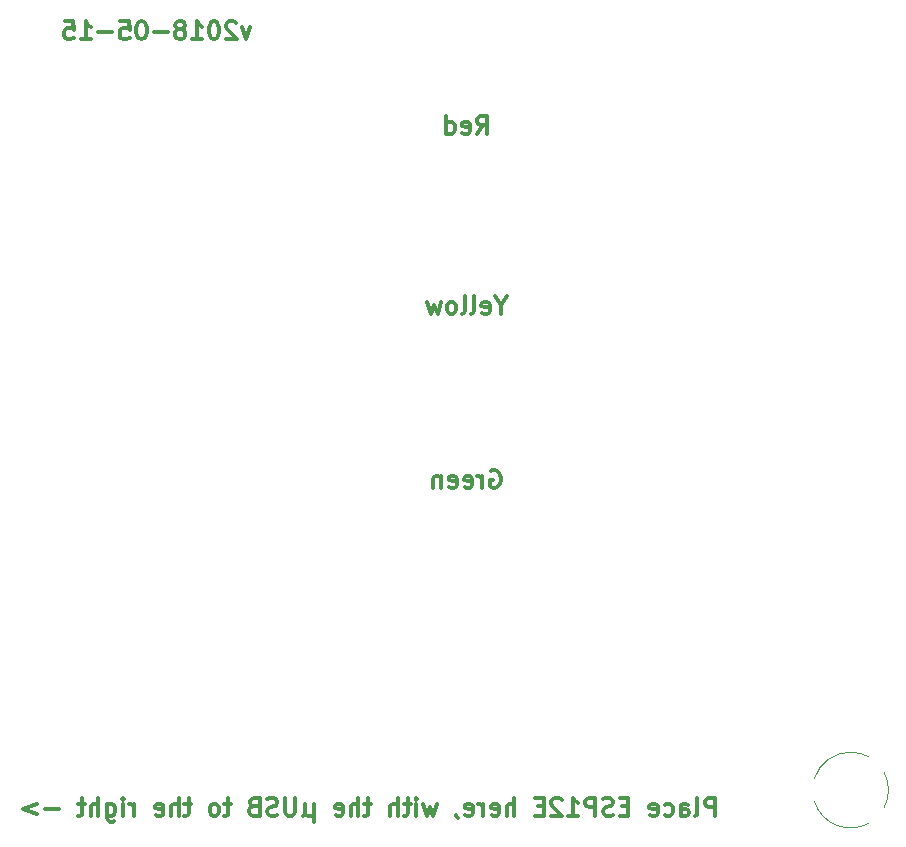
<source format=gbr>
G04 #@! TF.FileFunction,Legend,Bot*
%FSLAX46Y46*%
G04 Gerber Fmt 4.6, Leading zero omitted, Abs format (unit mm)*
G04 Created by KiCad (PCBNEW 4.0.6+dfsg1-1) date Mon May 21 22:22:56 2018*
%MOMM*%
%LPD*%
G01*
G04 APERTURE LIST*
%ADD10C,0.100000*%
%ADD11C,0.300000*%
%ADD12C,0.120000*%
G04 APERTURE END LIST*
D10*
D11*
X69178569Y-55428571D02*
X68821426Y-56428571D01*
X68464284Y-55428571D01*
X67964284Y-55071429D02*
X67892855Y-55000000D01*
X67749998Y-54928571D01*
X67392855Y-54928571D01*
X67249998Y-55000000D01*
X67178569Y-55071429D01*
X67107141Y-55214286D01*
X67107141Y-55357143D01*
X67178569Y-55571429D01*
X68035712Y-56428571D01*
X67107141Y-56428571D01*
X66178570Y-54928571D02*
X66035713Y-54928571D01*
X65892856Y-55000000D01*
X65821427Y-55071429D01*
X65749998Y-55214286D01*
X65678570Y-55500000D01*
X65678570Y-55857143D01*
X65749998Y-56142857D01*
X65821427Y-56285714D01*
X65892856Y-56357143D01*
X66035713Y-56428571D01*
X66178570Y-56428571D01*
X66321427Y-56357143D01*
X66392856Y-56285714D01*
X66464284Y-56142857D01*
X66535713Y-55857143D01*
X66535713Y-55500000D01*
X66464284Y-55214286D01*
X66392856Y-55071429D01*
X66321427Y-55000000D01*
X66178570Y-54928571D01*
X64249999Y-56428571D02*
X65107142Y-56428571D01*
X64678570Y-56428571D02*
X64678570Y-54928571D01*
X64821427Y-55142857D01*
X64964285Y-55285714D01*
X65107142Y-55357143D01*
X63392856Y-55571429D02*
X63535714Y-55500000D01*
X63607142Y-55428571D01*
X63678571Y-55285714D01*
X63678571Y-55214286D01*
X63607142Y-55071429D01*
X63535714Y-55000000D01*
X63392856Y-54928571D01*
X63107142Y-54928571D01*
X62964285Y-55000000D01*
X62892856Y-55071429D01*
X62821428Y-55214286D01*
X62821428Y-55285714D01*
X62892856Y-55428571D01*
X62964285Y-55500000D01*
X63107142Y-55571429D01*
X63392856Y-55571429D01*
X63535714Y-55642857D01*
X63607142Y-55714286D01*
X63678571Y-55857143D01*
X63678571Y-56142857D01*
X63607142Y-56285714D01*
X63535714Y-56357143D01*
X63392856Y-56428571D01*
X63107142Y-56428571D01*
X62964285Y-56357143D01*
X62892856Y-56285714D01*
X62821428Y-56142857D01*
X62821428Y-55857143D01*
X62892856Y-55714286D01*
X62964285Y-55642857D01*
X63107142Y-55571429D01*
X62178571Y-55857143D02*
X61035714Y-55857143D01*
X60035714Y-54928571D02*
X59892857Y-54928571D01*
X59750000Y-55000000D01*
X59678571Y-55071429D01*
X59607142Y-55214286D01*
X59535714Y-55500000D01*
X59535714Y-55857143D01*
X59607142Y-56142857D01*
X59678571Y-56285714D01*
X59750000Y-56357143D01*
X59892857Y-56428571D01*
X60035714Y-56428571D01*
X60178571Y-56357143D01*
X60250000Y-56285714D01*
X60321428Y-56142857D01*
X60392857Y-55857143D01*
X60392857Y-55500000D01*
X60321428Y-55214286D01*
X60250000Y-55071429D01*
X60178571Y-55000000D01*
X60035714Y-54928571D01*
X58178571Y-54928571D02*
X58892857Y-54928571D01*
X58964286Y-55642857D01*
X58892857Y-55571429D01*
X58750000Y-55500000D01*
X58392857Y-55500000D01*
X58250000Y-55571429D01*
X58178571Y-55642857D01*
X58107143Y-55785714D01*
X58107143Y-56142857D01*
X58178571Y-56285714D01*
X58250000Y-56357143D01*
X58392857Y-56428571D01*
X58750000Y-56428571D01*
X58892857Y-56357143D01*
X58964286Y-56285714D01*
X57464286Y-55857143D02*
X56321429Y-55857143D01*
X54821429Y-56428571D02*
X55678572Y-56428571D01*
X55250000Y-56428571D02*
X55250000Y-54928571D01*
X55392857Y-55142857D01*
X55535715Y-55285714D01*
X55678572Y-55357143D01*
X53464286Y-54928571D02*
X54178572Y-54928571D01*
X54250001Y-55642857D01*
X54178572Y-55571429D01*
X54035715Y-55500000D01*
X53678572Y-55500000D01*
X53535715Y-55571429D01*
X53464286Y-55642857D01*
X53392858Y-55785714D01*
X53392858Y-56142857D01*
X53464286Y-56285714D01*
X53535715Y-56357143D01*
X53678572Y-56428571D01*
X54035715Y-56428571D01*
X54178572Y-56357143D01*
X54250001Y-56285714D01*
X88357142Y-64428571D02*
X88857142Y-63714286D01*
X89214285Y-64428571D02*
X89214285Y-62928571D01*
X88642857Y-62928571D01*
X88499999Y-63000000D01*
X88428571Y-63071429D01*
X88357142Y-63214286D01*
X88357142Y-63428571D01*
X88428571Y-63571429D01*
X88499999Y-63642857D01*
X88642857Y-63714286D01*
X89214285Y-63714286D01*
X87142857Y-64357143D02*
X87285714Y-64428571D01*
X87571428Y-64428571D01*
X87714285Y-64357143D01*
X87785714Y-64214286D01*
X87785714Y-63642857D01*
X87714285Y-63500000D01*
X87571428Y-63428571D01*
X87285714Y-63428571D01*
X87142857Y-63500000D01*
X87071428Y-63642857D01*
X87071428Y-63785714D01*
X87785714Y-63928571D01*
X85785714Y-64428571D02*
X85785714Y-62928571D01*
X85785714Y-64357143D02*
X85928571Y-64428571D01*
X86214285Y-64428571D01*
X86357143Y-64357143D01*
X86428571Y-64285714D01*
X86500000Y-64142857D01*
X86500000Y-63714286D01*
X86428571Y-63571429D01*
X86357143Y-63500000D01*
X86214285Y-63428571D01*
X85928571Y-63428571D01*
X85785714Y-63500000D01*
X90392857Y-78964286D02*
X90392857Y-79678571D01*
X90892857Y-78178571D02*
X90392857Y-78964286D01*
X89892857Y-78178571D01*
X88821429Y-79607143D02*
X88964286Y-79678571D01*
X89250000Y-79678571D01*
X89392857Y-79607143D01*
X89464286Y-79464286D01*
X89464286Y-78892857D01*
X89392857Y-78750000D01*
X89250000Y-78678571D01*
X88964286Y-78678571D01*
X88821429Y-78750000D01*
X88750000Y-78892857D01*
X88750000Y-79035714D01*
X89464286Y-79178571D01*
X87892857Y-79678571D02*
X88035715Y-79607143D01*
X88107143Y-79464286D01*
X88107143Y-78178571D01*
X87107143Y-79678571D02*
X87250001Y-79607143D01*
X87321429Y-79464286D01*
X87321429Y-78178571D01*
X86321429Y-79678571D02*
X86464287Y-79607143D01*
X86535715Y-79535714D01*
X86607144Y-79392857D01*
X86607144Y-78964286D01*
X86535715Y-78821429D01*
X86464287Y-78750000D01*
X86321429Y-78678571D01*
X86107144Y-78678571D01*
X85964287Y-78750000D01*
X85892858Y-78821429D01*
X85821429Y-78964286D01*
X85821429Y-79392857D01*
X85892858Y-79535714D01*
X85964287Y-79607143D01*
X86107144Y-79678571D01*
X86321429Y-79678571D01*
X85321429Y-78678571D02*
X85035715Y-79678571D01*
X84750001Y-78964286D01*
X84464286Y-79678571D01*
X84178572Y-78678571D01*
X89535714Y-93000000D02*
X89678571Y-92928571D01*
X89892857Y-92928571D01*
X90107142Y-93000000D01*
X90250000Y-93142857D01*
X90321428Y-93285714D01*
X90392857Y-93571429D01*
X90392857Y-93785714D01*
X90321428Y-94071429D01*
X90250000Y-94214286D01*
X90107142Y-94357143D01*
X89892857Y-94428571D01*
X89750000Y-94428571D01*
X89535714Y-94357143D01*
X89464285Y-94285714D01*
X89464285Y-93785714D01*
X89750000Y-93785714D01*
X88821428Y-94428571D02*
X88821428Y-93428571D01*
X88821428Y-93714286D02*
X88750000Y-93571429D01*
X88678571Y-93500000D01*
X88535714Y-93428571D01*
X88392857Y-93428571D01*
X87321429Y-94357143D02*
X87464286Y-94428571D01*
X87750000Y-94428571D01*
X87892857Y-94357143D01*
X87964286Y-94214286D01*
X87964286Y-93642857D01*
X87892857Y-93500000D01*
X87750000Y-93428571D01*
X87464286Y-93428571D01*
X87321429Y-93500000D01*
X87250000Y-93642857D01*
X87250000Y-93785714D01*
X87964286Y-93928571D01*
X86035715Y-94357143D02*
X86178572Y-94428571D01*
X86464286Y-94428571D01*
X86607143Y-94357143D01*
X86678572Y-94214286D01*
X86678572Y-93642857D01*
X86607143Y-93500000D01*
X86464286Y-93428571D01*
X86178572Y-93428571D01*
X86035715Y-93500000D01*
X85964286Y-93642857D01*
X85964286Y-93785714D01*
X86678572Y-93928571D01*
X85321429Y-93428571D02*
X85321429Y-94428571D01*
X85321429Y-93571429D02*
X85250001Y-93500000D01*
X85107143Y-93428571D01*
X84892858Y-93428571D01*
X84750001Y-93500000D01*
X84678572Y-93642857D01*
X84678572Y-94428571D01*
X108535713Y-122178571D02*
X108535713Y-120678571D01*
X107964285Y-120678571D01*
X107821427Y-120750000D01*
X107749999Y-120821429D01*
X107678570Y-120964286D01*
X107678570Y-121178571D01*
X107749999Y-121321429D01*
X107821427Y-121392857D01*
X107964285Y-121464286D01*
X108535713Y-121464286D01*
X106821427Y-122178571D02*
X106964285Y-122107143D01*
X107035713Y-121964286D01*
X107035713Y-120678571D01*
X105607142Y-122178571D02*
X105607142Y-121392857D01*
X105678571Y-121250000D01*
X105821428Y-121178571D01*
X106107142Y-121178571D01*
X106249999Y-121250000D01*
X105607142Y-122107143D02*
X105749999Y-122178571D01*
X106107142Y-122178571D01*
X106249999Y-122107143D01*
X106321428Y-121964286D01*
X106321428Y-121821429D01*
X106249999Y-121678571D01*
X106107142Y-121607143D01*
X105749999Y-121607143D01*
X105607142Y-121535714D01*
X104249999Y-122107143D02*
X104392856Y-122178571D01*
X104678570Y-122178571D01*
X104821428Y-122107143D01*
X104892856Y-122035714D01*
X104964285Y-121892857D01*
X104964285Y-121464286D01*
X104892856Y-121321429D01*
X104821428Y-121250000D01*
X104678570Y-121178571D01*
X104392856Y-121178571D01*
X104249999Y-121250000D01*
X103035714Y-122107143D02*
X103178571Y-122178571D01*
X103464285Y-122178571D01*
X103607142Y-122107143D01*
X103678571Y-121964286D01*
X103678571Y-121392857D01*
X103607142Y-121250000D01*
X103464285Y-121178571D01*
X103178571Y-121178571D01*
X103035714Y-121250000D01*
X102964285Y-121392857D01*
X102964285Y-121535714D01*
X103678571Y-121678571D01*
X101178571Y-121392857D02*
X100678571Y-121392857D01*
X100464285Y-122178571D02*
X101178571Y-122178571D01*
X101178571Y-120678571D01*
X100464285Y-120678571D01*
X99892857Y-122107143D02*
X99678571Y-122178571D01*
X99321428Y-122178571D01*
X99178571Y-122107143D01*
X99107142Y-122035714D01*
X99035714Y-121892857D01*
X99035714Y-121750000D01*
X99107142Y-121607143D01*
X99178571Y-121535714D01*
X99321428Y-121464286D01*
X99607142Y-121392857D01*
X99750000Y-121321429D01*
X99821428Y-121250000D01*
X99892857Y-121107143D01*
X99892857Y-120964286D01*
X99821428Y-120821429D01*
X99750000Y-120750000D01*
X99607142Y-120678571D01*
X99250000Y-120678571D01*
X99035714Y-120750000D01*
X98392857Y-122178571D02*
X98392857Y-120678571D01*
X97821429Y-120678571D01*
X97678571Y-120750000D01*
X97607143Y-120821429D01*
X97535714Y-120964286D01*
X97535714Y-121178571D01*
X97607143Y-121321429D01*
X97678571Y-121392857D01*
X97821429Y-121464286D01*
X98392857Y-121464286D01*
X96107143Y-122178571D02*
X96964286Y-122178571D01*
X96535714Y-122178571D02*
X96535714Y-120678571D01*
X96678571Y-120892857D01*
X96821429Y-121035714D01*
X96964286Y-121107143D01*
X95535715Y-120821429D02*
X95464286Y-120750000D01*
X95321429Y-120678571D01*
X94964286Y-120678571D01*
X94821429Y-120750000D01*
X94750000Y-120821429D01*
X94678572Y-120964286D01*
X94678572Y-121107143D01*
X94750000Y-121321429D01*
X95607143Y-122178571D01*
X94678572Y-122178571D01*
X94035715Y-121392857D02*
X93535715Y-121392857D01*
X93321429Y-122178571D02*
X94035715Y-122178571D01*
X94035715Y-120678571D01*
X93321429Y-120678571D01*
X91535715Y-122178571D02*
X91535715Y-120678571D01*
X90892858Y-122178571D02*
X90892858Y-121392857D01*
X90964287Y-121250000D01*
X91107144Y-121178571D01*
X91321429Y-121178571D01*
X91464287Y-121250000D01*
X91535715Y-121321429D01*
X89607144Y-122107143D02*
X89750001Y-122178571D01*
X90035715Y-122178571D01*
X90178572Y-122107143D01*
X90250001Y-121964286D01*
X90250001Y-121392857D01*
X90178572Y-121250000D01*
X90035715Y-121178571D01*
X89750001Y-121178571D01*
X89607144Y-121250000D01*
X89535715Y-121392857D01*
X89535715Y-121535714D01*
X90250001Y-121678571D01*
X88892858Y-122178571D02*
X88892858Y-121178571D01*
X88892858Y-121464286D02*
X88821430Y-121321429D01*
X88750001Y-121250000D01*
X88607144Y-121178571D01*
X88464287Y-121178571D01*
X87392859Y-122107143D02*
X87535716Y-122178571D01*
X87821430Y-122178571D01*
X87964287Y-122107143D01*
X88035716Y-121964286D01*
X88035716Y-121392857D01*
X87964287Y-121250000D01*
X87821430Y-121178571D01*
X87535716Y-121178571D01*
X87392859Y-121250000D01*
X87321430Y-121392857D01*
X87321430Y-121535714D01*
X88035716Y-121678571D01*
X86607145Y-122107143D02*
X86607145Y-122178571D01*
X86678573Y-122321429D01*
X86750002Y-122392857D01*
X84964287Y-121178571D02*
X84678573Y-122178571D01*
X84392859Y-121464286D01*
X84107144Y-122178571D01*
X83821430Y-121178571D01*
X83250001Y-122178571D02*
X83250001Y-121178571D01*
X83250001Y-120678571D02*
X83321430Y-120750000D01*
X83250001Y-120821429D01*
X83178573Y-120750000D01*
X83250001Y-120678571D01*
X83250001Y-120821429D01*
X82750001Y-121178571D02*
X82178572Y-121178571D01*
X82535715Y-120678571D02*
X82535715Y-121964286D01*
X82464287Y-122107143D01*
X82321429Y-122178571D01*
X82178572Y-122178571D01*
X81678572Y-122178571D02*
X81678572Y-120678571D01*
X81035715Y-122178571D02*
X81035715Y-121392857D01*
X81107144Y-121250000D01*
X81250001Y-121178571D01*
X81464286Y-121178571D01*
X81607144Y-121250000D01*
X81678572Y-121321429D01*
X79392858Y-121178571D02*
X78821429Y-121178571D01*
X79178572Y-120678571D02*
X79178572Y-121964286D01*
X79107144Y-122107143D01*
X78964286Y-122178571D01*
X78821429Y-122178571D01*
X78321429Y-122178571D02*
X78321429Y-120678571D01*
X77678572Y-122178571D02*
X77678572Y-121392857D01*
X77750001Y-121250000D01*
X77892858Y-121178571D01*
X78107143Y-121178571D01*
X78250001Y-121250000D01*
X78321429Y-121321429D01*
X76392858Y-122107143D02*
X76535715Y-122178571D01*
X76821429Y-122178571D01*
X76964286Y-122107143D01*
X77035715Y-121964286D01*
X77035715Y-121392857D01*
X76964286Y-121250000D01*
X76821429Y-121178571D01*
X76535715Y-121178571D01*
X76392858Y-121250000D01*
X76321429Y-121392857D01*
X76321429Y-121535714D01*
X77035715Y-121678571D01*
X74535715Y-121178571D02*
X74535715Y-122678571D01*
X73821429Y-121964286D02*
X73750001Y-122107143D01*
X73607144Y-122178571D01*
X74535715Y-121964286D02*
X74464287Y-122107143D01*
X74321429Y-122178571D01*
X74035715Y-122178571D01*
X73892858Y-122107143D01*
X73821429Y-121964286D01*
X73821429Y-121178571D01*
X72964286Y-120678571D02*
X72964286Y-121892857D01*
X72892858Y-122035714D01*
X72821429Y-122107143D01*
X72678572Y-122178571D01*
X72392858Y-122178571D01*
X72250000Y-122107143D01*
X72178572Y-122035714D01*
X72107143Y-121892857D01*
X72107143Y-120678571D01*
X71464286Y-122107143D02*
X71250000Y-122178571D01*
X70892857Y-122178571D01*
X70750000Y-122107143D01*
X70678571Y-122035714D01*
X70607143Y-121892857D01*
X70607143Y-121750000D01*
X70678571Y-121607143D01*
X70750000Y-121535714D01*
X70892857Y-121464286D01*
X71178571Y-121392857D01*
X71321429Y-121321429D01*
X71392857Y-121250000D01*
X71464286Y-121107143D01*
X71464286Y-120964286D01*
X71392857Y-120821429D01*
X71321429Y-120750000D01*
X71178571Y-120678571D01*
X70821429Y-120678571D01*
X70607143Y-120750000D01*
X69464286Y-121392857D02*
X69250000Y-121464286D01*
X69178572Y-121535714D01*
X69107143Y-121678571D01*
X69107143Y-121892857D01*
X69178572Y-122035714D01*
X69250000Y-122107143D01*
X69392858Y-122178571D01*
X69964286Y-122178571D01*
X69964286Y-120678571D01*
X69464286Y-120678571D01*
X69321429Y-120750000D01*
X69250000Y-120821429D01*
X69178572Y-120964286D01*
X69178572Y-121107143D01*
X69250000Y-121250000D01*
X69321429Y-121321429D01*
X69464286Y-121392857D01*
X69964286Y-121392857D01*
X67535715Y-121178571D02*
X66964286Y-121178571D01*
X67321429Y-120678571D02*
X67321429Y-121964286D01*
X67250001Y-122107143D01*
X67107143Y-122178571D01*
X66964286Y-122178571D01*
X66250000Y-122178571D02*
X66392858Y-122107143D01*
X66464286Y-122035714D01*
X66535715Y-121892857D01*
X66535715Y-121464286D01*
X66464286Y-121321429D01*
X66392858Y-121250000D01*
X66250000Y-121178571D01*
X66035715Y-121178571D01*
X65892858Y-121250000D01*
X65821429Y-121321429D01*
X65750000Y-121464286D01*
X65750000Y-121892857D01*
X65821429Y-122035714D01*
X65892858Y-122107143D01*
X66035715Y-122178571D01*
X66250000Y-122178571D01*
X64178572Y-121178571D02*
X63607143Y-121178571D01*
X63964286Y-120678571D02*
X63964286Y-121964286D01*
X63892858Y-122107143D01*
X63750000Y-122178571D01*
X63607143Y-122178571D01*
X63107143Y-122178571D02*
X63107143Y-120678571D01*
X62464286Y-122178571D02*
X62464286Y-121392857D01*
X62535715Y-121250000D01*
X62678572Y-121178571D01*
X62892857Y-121178571D01*
X63035715Y-121250000D01*
X63107143Y-121321429D01*
X61178572Y-122107143D02*
X61321429Y-122178571D01*
X61607143Y-122178571D01*
X61750000Y-122107143D01*
X61821429Y-121964286D01*
X61821429Y-121392857D01*
X61750000Y-121250000D01*
X61607143Y-121178571D01*
X61321429Y-121178571D01*
X61178572Y-121250000D01*
X61107143Y-121392857D01*
X61107143Y-121535714D01*
X61821429Y-121678571D01*
X59321429Y-122178571D02*
X59321429Y-121178571D01*
X59321429Y-121464286D02*
X59250001Y-121321429D01*
X59178572Y-121250000D01*
X59035715Y-121178571D01*
X58892858Y-121178571D01*
X58392858Y-122178571D02*
X58392858Y-121178571D01*
X58392858Y-120678571D02*
X58464287Y-120750000D01*
X58392858Y-120821429D01*
X58321430Y-120750000D01*
X58392858Y-120678571D01*
X58392858Y-120821429D01*
X57035715Y-121178571D02*
X57035715Y-122392857D01*
X57107144Y-122535714D01*
X57178572Y-122607143D01*
X57321429Y-122678571D01*
X57535715Y-122678571D01*
X57678572Y-122607143D01*
X57035715Y-122107143D02*
X57178572Y-122178571D01*
X57464286Y-122178571D01*
X57607144Y-122107143D01*
X57678572Y-122035714D01*
X57750001Y-121892857D01*
X57750001Y-121464286D01*
X57678572Y-121321429D01*
X57607144Y-121250000D01*
X57464286Y-121178571D01*
X57178572Y-121178571D01*
X57035715Y-121250000D01*
X56321429Y-122178571D02*
X56321429Y-120678571D01*
X55678572Y-122178571D02*
X55678572Y-121392857D01*
X55750001Y-121250000D01*
X55892858Y-121178571D01*
X56107143Y-121178571D01*
X56250001Y-121250000D01*
X56321429Y-121321429D01*
X55178572Y-121178571D02*
X54607143Y-121178571D01*
X54964286Y-120678571D02*
X54964286Y-121964286D01*
X54892858Y-122107143D01*
X54750000Y-122178571D01*
X54607143Y-122178571D01*
X52964286Y-121607143D02*
X51821429Y-121607143D01*
X51107143Y-121178571D02*
X49964286Y-121607143D01*
X51107143Y-122035714D01*
D12*
X116947109Y-119008055D02*
G75*
G02X120000000Y-116790000I3052891J-991945D01*
G01*
X121555333Y-122807816D02*
G75*
G02X116947000Y-120991000I-1555333J2807816D01*
G01*
X122834671Y-118492382D02*
G75*
G02X122835000Y-121507000I-2834671J-1507618D01*
G01*
X119943536Y-116790201D02*
G75*
G02X121556000Y-117192000I56464J-3209799D01*
G01*
M02*

</source>
